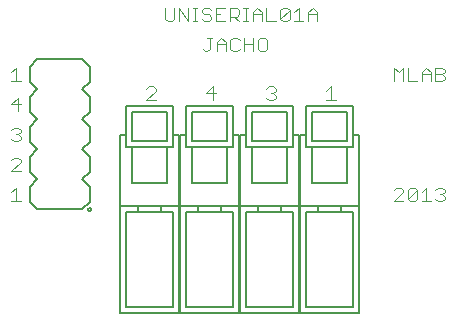
<source format=gbr>
G75*
G70*
%OFA0B0*%
%FSLAX24Y24*%
%IPPOS*%
%LPD*%
%AMOC8*
5,1,8,0,0,1.08239X$1,22.5*
%
%ADD10C,0.0040*%
%ADD11C,0.0050*%
%ADD12C,0.0060*%
D10*
X001075Y004757D02*
X001228Y004910D01*
X001228Y004450D01*
X001075Y004450D02*
X001382Y004450D01*
X001075Y008757D02*
X001228Y008910D01*
X001228Y008450D01*
X001075Y008450D02*
X001382Y008450D01*
X011575Y008132D02*
X011728Y008285D01*
X011728Y007825D01*
X011575Y007825D02*
X011882Y007825D01*
X001382Y005450D02*
X001075Y005450D01*
X001382Y005757D01*
X001382Y005834D01*
X001305Y005910D01*
X001152Y005910D01*
X001075Y005834D01*
X005882Y007825D02*
X005575Y007825D01*
X005882Y008132D01*
X005882Y008209D01*
X005805Y008285D01*
X005652Y008285D01*
X005575Y008209D01*
X001075Y006834D02*
X001152Y006910D01*
X001305Y006910D01*
X001382Y006834D01*
X001382Y006757D01*
X001305Y006680D01*
X001228Y006680D01*
X001305Y006680D02*
X001382Y006603D01*
X001382Y006527D01*
X001305Y006450D01*
X001152Y006450D01*
X001075Y006527D01*
X009575Y008209D02*
X009652Y008285D01*
X009805Y008285D01*
X009882Y008209D01*
X009882Y008132D01*
X009805Y008055D01*
X009728Y008055D01*
X009805Y008055D02*
X009882Y007978D01*
X009882Y007902D01*
X009805Y007825D01*
X009652Y007825D01*
X009575Y007902D01*
X001305Y007450D02*
X001305Y007910D01*
X001075Y007680D01*
X001382Y007680D01*
X007805Y007825D02*
X007805Y008285D01*
X007575Y008055D01*
X007882Y008055D01*
X006200Y010910D02*
X006200Y010527D01*
X006277Y010450D01*
X006430Y010450D01*
X006507Y010527D01*
X006507Y010910D01*
X006660Y010450D02*
X006660Y010910D01*
X006967Y010450D01*
X006967Y010910D01*
X007121Y010450D02*
X007274Y010450D01*
X007198Y010450D02*
X007198Y010910D01*
X007274Y010910D02*
X007121Y010910D01*
X007735Y010834D02*
X007658Y010910D01*
X007504Y010910D01*
X007428Y010834D01*
X007428Y010757D01*
X007504Y010680D01*
X007658Y010680D01*
X007735Y010603D01*
X007735Y010527D01*
X007658Y010450D01*
X007504Y010450D01*
X007428Y010527D01*
X008195Y010910D02*
X007888Y010910D01*
X007888Y010450D01*
X008195Y010450D01*
X008042Y010680D02*
X007888Y010680D01*
X008348Y010450D02*
X008348Y010910D01*
X008579Y010910D01*
X008655Y010834D01*
X008655Y010680D01*
X008579Y010603D01*
X008348Y010603D01*
X008502Y010603D02*
X008655Y010450D01*
X008809Y010450D02*
X008962Y010450D01*
X008886Y010450D02*
X008886Y010910D01*
X008962Y010910D02*
X008809Y010910D01*
X009116Y010450D02*
X009116Y010757D01*
X009269Y010910D01*
X009423Y010757D01*
X009423Y010450D01*
X009423Y010680D02*
X009116Y010680D01*
X009576Y010910D02*
X009576Y010450D01*
X009883Y010450D01*
X010037Y010527D02*
X010037Y010834D01*
X010113Y010910D01*
X010267Y010910D01*
X010344Y010834D01*
X010344Y010527D01*
X010267Y010450D01*
X010113Y010450D01*
X010037Y010527D01*
X010344Y010834D01*
X010497Y010757D02*
X010650Y010910D01*
X010650Y010450D01*
X010497Y010450D02*
X010804Y010450D01*
X010957Y010450D02*
X010957Y010757D01*
X011111Y010910D01*
X011264Y010757D01*
X011264Y010450D01*
X011264Y010680D02*
X010957Y010680D01*
X013825Y008450D02*
X013825Y008910D01*
X013978Y008757D01*
X014132Y008910D01*
X014132Y008450D01*
X014285Y008910D02*
X014285Y008450D01*
X014592Y008450D01*
X014746Y008450D02*
X014746Y008757D01*
X014899Y008910D01*
X015053Y008757D01*
X015053Y008450D01*
X015053Y008680D02*
X014746Y008680D01*
X015206Y008450D02*
X015206Y008910D01*
X015436Y008910D01*
X015513Y008834D01*
X015513Y008757D01*
X015436Y008680D01*
X015513Y008603D01*
X015513Y008527D01*
X015436Y008450D01*
X015206Y008450D01*
X015206Y008680D02*
X015436Y008680D01*
X014132Y004450D02*
X013825Y004450D01*
X014132Y004757D01*
X014132Y004834D01*
X014055Y004910D01*
X013902Y004910D01*
X013825Y004834D01*
X014285Y004527D02*
X014285Y004834D01*
X014362Y004910D01*
X014516Y004910D01*
X014592Y004834D01*
X014592Y004527D01*
X014516Y004450D01*
X014362Y004450D01*
X014285Y004527D01*
X014592Y004834D01*
X014746Y004757D02*
X014899Y004910D01*
X014899Y004450D01*
X014746Y004450D02*
X015053Y004450D01*
X015206Y004834D02*
X015283Y004910D01*
X015436Y004910D01*
X015513Y004834D01*
X015513Y004757D01*
X015436Y004680D01*
X015360Y004680D01*
X015436Y004680D02*
X015513Y004603D01*
X015513Y004527D01*
X015436Y004450D01*
X015283Y004450D01*
X015206Y004527D01*
X007450Y009527D02*
X007527Y009450D01*
X007603Y009450D01*
X007680Y009527D01*
X007680Y009910D01*
X007603Y009910D02*
X007757Y009910D01*
X007910Y009450D02*
X007910Y009757D01*
X008064Y009910D01*
X008217Y009757D01*
X008217Y009450D01*
X008217Y009680D02*
X007910Y009680D01*
X008678Y009834D02*
X008601Y009910D01*
X008448Y009910D01*
X008371Y009834D01*
X008371Y009527D01*
X008448Y009450D01*
X008601Y009450D01*
X008678Y009527D01*
X008831Y009450D02*
X008831Y009910D01*
X008831Y009680D02*
X009138Y009680D01*
X009138Y009910D02*
X009138Y009450D01*
X009522Y009910D02*
X009368Y009910D01*
X009292Y009834D01*
X009292Y009527D01*
X009368Y009450D01*
X009522Y009450D01*
X009598Y009527D01*
X009598Y009834D01*
X009522Y009910D01*
D11*
X006664Y006649D02*
X006664Y004286D01*
X004696Y004286D02*
X004696Y006649D01*
X004893Y007633D02*
X006467Y007633D01*
X006467Y006649D01*
X006467Y006255D01*
X006271Y006255D01*
X005089Y006255D01*
X004893Y006255D01*
X004893Y006649D01*
X004893Y007633D01*
X006271Y007436D02*
X006271Y006452D01*
X005089Y006452D01*
X005089Y007436D01*
X006271Y007436D01*
X006467Y006649D02*
X006664Y006649D01*
X004893Y006649D02*
X004696Y006649D01*
X006271Y006255D02*
X006271Y005074D01*
X005089Y005074D01*
X005089Y006255D01*
X006664Y004286D02*
X006074Y004286D01*
X005286Y004286D01*
X004696Y004286D01*
X006467Y004089D02*
X006467Y000940D01*
X004893Y000940D01*
X004893Y004089D01*
X005286Y004089D01*
X006074Y004089D01*
X006467Y004089D01*
X006664Y004286D02*
X006664Y000743D01*
X004696Y000743D01*
X004696Y004286D01*
X006074Y004286D02*
X006074Y004089D01*
X005286Y004089D02*
X005286Y004286D01*
X008664Y004286D02*
X008664Y006649D01*
X006696Y006649D02*
X006696Y004286D01*
X006893Y007633D02*
X008467Y007633D01*
X008467Y006649D01*
X008467Y006255D01*
X008271Y006255D01*
X007089Y006255D01*
X006893Y006255D01*
X006893Y006649D01*
X006893Y007633D01*
X008271Y007436D02*
X008271Y006452D01*
X007089Y006452D01*
X007089Y007436D01*
X008271Y007436D01*
X008467Y006649D02*
X008664Y006649D01*
X006893Y006649D02*
X006696Y006649D01*
X008271Y006255D02*
X008271Y005074D01*
X007089Y005074D01*
X007089Y006255D01*
X008664Y004286D02*
X008074Y004286D01*
X007286Y004286D01*
X006696Y004286D01*
X008467Y004089D02*
X008467Y000940D01*
X006893Y000940D01*
X006893Y004089D01*
X007286Y004089D01*
X008074Y004089D01*
X008467Y004089D01*
X008664Y004286D02*
X008664Y000743D01*
X006696Y000743D01*
X006696Y004286D01*
X008074Y004286D02*
X008074Y004089D01*
X007286Y004089D02*
X007286Y004286D01*
X010664Y004286D02*
X010664Y006649D01*
X008696Y006649D02*
X008696Y004286D01*
X008893Y007633D02*
X010467Y007633D01*
X010467Y006649D01*
X010467Y006255D01*
X010271Y006255D01*
X009089Y006255D01*
X008893Y006255D01*
X008893Y006649D01*
X008893Y007633D01*
X010271Y007436D02*
X010271Y006452D01*
X009089Y006452D01*
X009089Y007436D01*
X010271Y007436D01*
X010467Y006649D02*
X010664Y006649D01*
X008893Y006649D02*
X008696Y006649D01*
X010271Y006255D02*
X010271Y005074D01*
X009089Y005074D01*
X009089Y006255D01*
X010664Y004286D02*
X010074Y004286D01*
X009286Y004286D01*
X008696Y004286D01*
X010467Y004089D02*
X010467Y000940D01*
X008893Y000940D01*
X008893Y004089D01*
X009286Y004089D01*
X010074Y004089D01*
X010467Y004089D01*
X010664Y004286D02*
X010664Y000743D01*
X008696Y000743D01*
X008696Y004286D01*
X010074Y004286D02*
X010074Y004089D01*
X009286Y004089D02*
X009286Y004286D01*
X012664Y004286D02*
X012664Y006649D01*
X010696Y006649D02*
X010696Y004286D01*
X010893Y007633D02*
X012467Y007633D01*
X012467Y006649D01*
X012467Y006255D01*
X012271Y006255D01*
X011089Y006255D01*
X010893Y006255D01*
X010893Y006649D01*
X010893Y007633D01*
X012271Y007436D02*
X012271Y006452D01*
X011089Y006452D01*
X011089Y007436D01*
X012271Y007436D01*
X012467Y006649D02*
X012664Y006649D01*
X010893Y006649D02*
X010696Y006649D01*
X012271Y006255D02*
X012271Y005074D01*
X011089Y005074D01*
X011089Y006255D01*
X012664Y004286D02*
X012074Y004286D01*
X011286Y004286D01*
X010696Y004286D01*
X012467Y004089D02*
X012467Y000940D01*
X010893Y000940D01*
X010893Y004089D01*
X011286Y004089D01*
X012074Y004089D01*
X012467Y004089D01*
X012664Y004286D02*
X012664Y000743D01*
X010696Y000743D01*
X010696Y004286D01*
X012074Y004286D02*
X012074Y004089D01*
X011286Y004089D02*
X011286Y004286D01*
X003630Y004180D02*
X003632Y004193D01*
X003637Y004206D01*
X003646Y004217D01*
X003657Y004224D01*
X003670Y004229D01*
X003683Y004230D01*
X003697Y004227D01*
X003709Y004221D01*
X003719Y004212D01*
X003726Y004200D01*
X003730Y004187D01*
X003730Y004173D01*
X003726Y004160D01*
X003719Y004148D01*
X003709Y004139D01*
X003697Y004133D01*
X003683Y004130D01*
X003670Y004131D01*
X003657Y004136D01*
X003646Y004143D01*
X003637Y004154D01*
X003632Y004167D01*
X003630Y004180D01*
D12*
X001680Y004430D02*
X001680Y004930D01*
X001930Y005180D01*
X001680Y005430D01*
X001680Y005930D01*
X001930Y006180D01*
X001680Y004430D02*
X001930Y004180D01*
X001930Y006180D02*
X001680Y006430D01*
X001680Y006930D01*
X001930Y007180D01*
X001680Y007430D02*
X001680Y007930D01*
X001930Y008180D01*
X001680Y008430D01*
X001680Y008930D01*
X001680Y007430D02*
X001930Y007180D01*
X003430Y005180D02*
X003680Y004930D01*
X003430Y006180D02*
X003680Y005930D01*
X003680Y005430D01*
X003430Y005180D01*
X001930Y004180D02*
X003430Y004180D01*
X003680Y004430D01*
X003680Y004930D01*
X003430Y007180D02*
X003680Y006930D01*
X003680Y006430D01*
X003430Y006180D01*
X003680Y007930D02*
X003430Y008180D01*
X003680Y008930D02*
X003680Y008430D01*
X003430Y008180D01*
X003430Y007180D02*
X003680Y007430D01*
X003680Y007930D01*
X003430Y009180D02*
X001930Y009180D01*
X001680Y008930D01*
X003430Y009180D02*
X003680Y008930D01*
M02*

</source>
